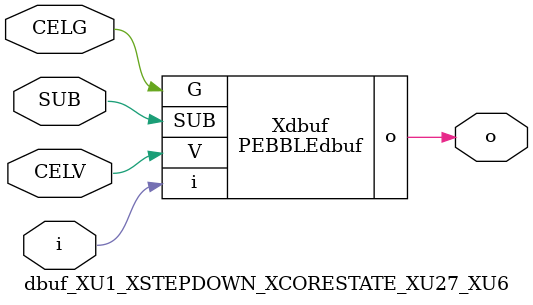
<source format=v>



module PEBBLEdbuf ( o, G, SUB, V, i );

  input V;
  input i;
  input G;
  output o;
  input SUB;
endmodule

//Celera Confidential Do Not Copy dbuf_XU1_XSTEPDOWN_XCORESTATE_XU27_XU6
//Celera Confidential Symbol Generator
//Digital Buffer
module dbuf_XU1_XSTEPDOWN_XCORESTATE_XU27_XU6 (CELV,CELG,i,o,SUB);
input CELV;
input CELG;
input i;
input SUB;
output o;

//Celera Confidential Do Not Copy dbuf
PEBBLEdbuf Xdbuf(
.V (CELV),
.i (i),
.o (o),
.SUB (SUB),
.G (CELG)
);
//,diesize,PEBBLEdbuf

//Celera Confidential Do Not Copy Module End
//Celera Schematic Generator
endmodule

</source>
